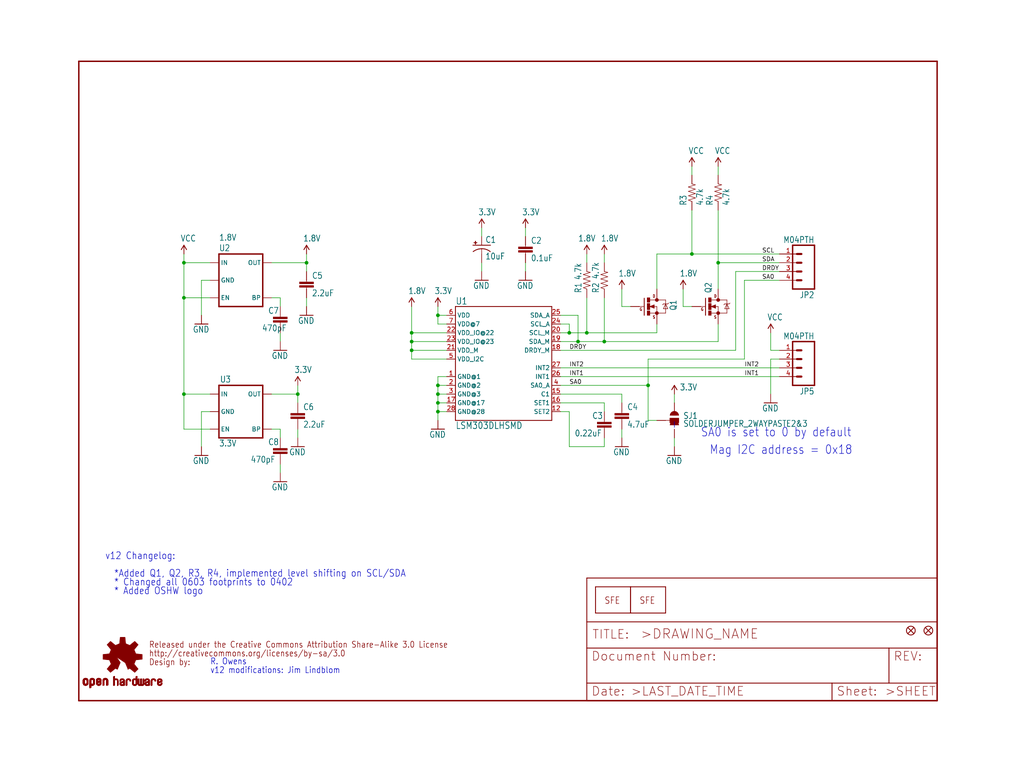
<source format=kicad_sch>
(kicad_sch (version 20211123) (generator eeschema)
  (paper "User" 297.002 223.926)
  (lib_symbols
    (symbol "eagleSchem-eagle-import:1.8V" (power)
      (property "Value" "1.8V" (at -1.016 3.556 0))
      (symbol "1.8V_1_0"
        (pin power_in line (at 0 0 90) (length 2.54) (name "1.8V") (number "1"))
      )
    )
    (symbol "eagleSchem-eagle-import:3.3V" (power)
      (property "Value" "3.3V" (at -1.016 3.556 0))
      (symbol "3.3V_1_0"
        (pin power_in line (at 0 0 90) (length 2.54) (name "3.3V") (number "1"))
      )
    )
    (symbol "eagleSchem-eagle-import:CAP0402-CAP"
      (property "Reference" "C" (at 1.524 2.921 0))
      (property "Value" "CAP0402-CAP" (at 1.524 -2.159 0))
      (symbol "CAP0402-CAP_1_0"
        (pin passive line (at 0 5.08 270) (length 2.54) (name "1") (number "1"))
        (pin passive line (at 0 -2.54 90) (length 2.54) (name "2") (number "2"))
      )
    )
    (symbol "eagleSchem-eagle-import:CAP_POL1206"
      (property "Reference" "C" (at 1.016 0.635 0))
      (property "Value" "CAP_POL1206" (at 1.016 -4.191 0))
      (symbol "CAP_POL1206_1_0"
        (pin passive line (at 0 2.54 270) (length 2.54) (name "+") (number "A"))
        (pin passive line (at 0 -5.08 90) (length 2.54) (name "-") (number "C"))
      )
    )
    (symbol "eagleSchem-eagle-import:CREATIVE_COMMONS"
      (symbol "CREATIVE_COMMONS_1_0"
        (text "Design by:" (at 0 0 0) (effects (font (size 1.778 1.5113)) (justify left bottom)))
        (text "http://creativecommons.org/licenses/by-sa/3.0" (at 0 2.54 0) (effects (font (size 1.778 1.5113)) (justify left bottom)))
        (text "Released under the Creative Commons Attribution Share-Alike 3.0 License" (at 0 5.08 0) (effects (font (size 1.778 1.5113)) (justify left bottom)))
      )
    )
    (symbol "eagleSchem-eagle-import:FIDUCIAL1X2")
    (symbol "eagleSchem-eagle-import:FRAME-LETTER"
      (symbol "FRAME-LETTER_2_0"
        (text ">DRAWING_NAME" (at 15.494 17.78 0) (effects (font (size 2.7432 2.7432)) (justify left bottom)))
        (text ">LAST_DATE_TIME" (at 12.7 1.27 0) (effects (font (size 2.54 2.54)) (justify left bottom)))
        (text ">SHEET" (at 86.36 1.27 0) (effects (font (size 2.54 2.54)) (justify left bottom)))
        (text "Date:" (at 1.27 1.27 0) (effects (font (size 2.54 2.54)) (justify left bottom)))
        (text "Document Number:" (at 1.27 11.43 0) (effects (font (size 2.54 2.54)) (justify left bottom)))
        (text "REV:" (at 88.9 11.43 0) (effects (font (size 2.54 2.54)) (justify left bottom)))
        (text "Sheet:" (at 72.39 1.27 0) (effects (font (size 2.54 2.54)) (justify left bottom)))
        (text "TITLE:" (at 1.524 17.78 0) (effects (font (size 2.54 2.54)) (justify left bottom)))
      )
    )
    (symbol "eagleSchem-eagle-import:GND" (power)
      (property "Value" "GND" (at -2.54 -2.54 0))
      (symbol "GND_1_0"
        (pin power_in line (at 0 2.54 270) (length 2.54) (name "GND") (number "1"))
      )
    )
    (symbol "eagleSchem-eagle-import:LOGO-SFENW2"
      (symbol "LOGO-SFENW2_1_0"
        (text "SFE" (at 0 0 0) (effects (font (size 1.9304 1.6408)) (justify left bottom)))
      )
    )
    (symbol "eagleSchem-eagle-import:LOGO-SFESK"
      (symbol "LOGO-SFESK_1_0"
        (text "SFE" (at 0 0 0) (effects (font (size 1.9304 1.6408)) (justify left bottom)))
      )
    )
    (symbol "eagleSchem-eagle-import:LSM303DLHSMD"
      (property "Reference" "U" (at -15.24 15.748 0))
      (property "Value" "LSM303DLHSMD" (at -15.24 -20.32 0))
      (symbol "LSM303DLHSMD_1_0"
        (pin bidirectional line (at -17.78 -5.08 0) (length 2.54) (name "GND@1") (number "1"))
        (pin bidirectional line (at 15.24 -15.24 180) (length 2.54) (name "SET2") (number "12"))
        (pin bidirectional line (at 15.24 -10.16 180) (length 2.54) (name "C1") (number "15"))
        (pin bidirectional line (at 15.24 -12.7 180) (length 2.54) (name "SET1") (number "16"))
        (pin bidirectional line (at -17.78 -12.7 0) (length 2.54) (name "GND@17") (number "17"))
        (pin bidirectional line (at 15.24 2.54 180) (length 2.54) (name "DRDY_M") (number "18"))
        (pin bidirectional line (at 15.24 5.08 180) (length 2.54) (name "SDA_M") (number "19"))
        (pin bidirectional line (at -17.78 -7.62 0) (length 2.54) (name "GND@2") (number "2"))
        (pin bidirectional line (at 15.24 7.62 180) (length 2.54) (name "SCL_M") (number "20"))
        (pin bidirectional line (at -17.78 2.54 0) (length 2.54) (name "VDD_M") (number "21"))
        (pin bidirectional line (at -17.78 7.62 0) (length 2.54) (name "VDD_IO@22") (number "22"))
        (pin bidirectional line (at -17.78 5.08 0) (length 2.54) (name "VDD_IO@23") (number "23"))
        (pin bidirectional line (at 15.24 10.16 180) (length 2.54) (name "SCL_A") (number "24"))
        (pin bidirectional line (at 15.24 12.7 180) (length 2.54) (name "SDA_A") (number "25"))
        (pin bidirectional line (at 15.24 -5.08 180) (length 2.54) (name "INT1") (number "26"))
        (pin bidirectional line (at 15.24 -2.54 180) (length 2.54) (name "INT2") (number "27"))
        (pin bidirectional line (at -17.78 -15.24 0) (length 2.54) (name "GND@28") (number "28"))
        (pin bidirectional line (at -17.78 -10.16 0) (length 2.54) (name "GND@3") (number "3"))
        (pin bidirectional line (at 15.24 -7.62 180) (length 2.54) (name "SA0_A") (number "4"))
        (pin bidirectional line (at -17.78 0 0) (length 2.54) (name "VDD_I2C") (number "5"))
        (pin bidirectional line (at -17.78 12.7 0) (length 2.54) (name "VDD") (number "6"))
        (pin bidirectional line (at -17.78 10.16 0) (length 2.54) (name "VDD@7") (number "7"))
      )
    )
    (symbol "eagleSchem-eagle-import:M04PTH"
      (property "Reference" "JP" (at -5.08 8.382 0))
      (property "Value" "M04PTH" (at -5.08 -7.62 0))
      (symbol "M04PTH_1_0"
        (pin passive line (at 5.08 -2.54 180) (length 5.08) (name "1") (number "1"))
        (pin passive line (at 5.08 0 180) (length 5.08) (name "2") (number "2"))
        (pin passive line (at 5.08 2.54 180) (length 5.08) (name "3") (number "3"))
        (pin passive line (at 5.08 5.08 180) (length 5.08) (name "4") (number "4"))
      )
    )
    (symbol "eagleSchem-eagle-import:MOSFET-NCHANNELSMD"
      (property "Reference" "Q" (at 5.08 2.54 0))
      (property "Value" "MOSFET-NCHANNELSMD" (at 5.08 0 0))
      (symbol "MOSFET-NCHANNELSMD_1_0"
        (text "D" (at -1.27 2.54 0) (effects (font (size 0.8128 0.6908)) (justify left bottom)))
        (text "G" (at -5.08 -1.27 0) (effects (font (size 0.8128 0.6908)) (justify left bottom)))
        (text "S" (at -1.27 -3.556 0) (effects (font (size 0.8128 0.6908)) (justify left bottom)))
        (pin passive line (at -7.62 0 0) (length 2.54) (name "G") (number "1"))
        (pin passive line (at 0 -5.08 90) (length 2.54) (name "S") (number "2"))
        (pin passive line (at 0 5.08 270) (length 2.54) (name "D") (number "3"))
      )
    )
    (symbol "eagleSchem-eagle-import:OSHW-LOGOS")
    (symbol "eagleSchem-eagle-import:RESISTOR0402-RES"
      (property "Reference" "R" (at -3.81 1.4986 0))
      (property "Value" "RESISTOR0402-RES" (at -3.81 -3.302 0))
      (symbol "RESISTOR0402-RES_1_0"
        (pin passive line (at -5.08 0 0) (length 2.54) (name "1") (number "1"))
        (pin passive line (at 5.08 0 180) (length 2.54) (name "2") (number "2"))
      )
    )
    (symbol "eagleSchem-eagle-import:SOLDERJUMPER_2WAYPASTE2&3"
      (property "Reference" "SJ" (at 2.54 0.381 0))
      (property "Value" "SOLDERJUMPER_2WAYPASTE2&3" (at 2.54 -1.905 0))
      (symbol "SOLDERJUMPER_2WAYPASTE2&3_1_0"
        (pin passive line (at 0 5.08 270) (length 2.54) (name "1") (number "1"))
        (pin passive line (at -5.08 0 0) (length 2.54) (name "2") (number "2"))
        (pin passive line (at 0 -5.08 90) (length 2.54) (name "3") (number "3"))
      )
    )
    (symbol "eagleSchem-eagle-import:VCC" (power)
      (property "Value" "VCC" (at -1.016 3.556 0))
      (symbol "VCC_1_0"
        (pin power_in line (at 0 0 90) (length 2.54) (name "VCC") (number "1"))
      )
    )
    (symbol "eagleSchem-eagle-import:V_REG_LDOSMD"
      (property "Reference" "U" (at -7.62 9.144 0))
      (property "Value" "V_REG_LDOSMD" (at -7.62 -11.43 0))
      (symbol "V_REG_LDOSMD_1_0"
        (pin input line (at -10.16 5.08 0) (length 2.54) (name "IN") (number "1"))
        (pin input line (at -10.16 0 0) (length 2.54) (name "GND") (number "2"))
        (pin input line (at -10.16 -5.08 0) (length 2.54) (name "EN") (number "3"))
        (pin input line (at 7.62 -5.08 180) (length 2.54) (name "BP") (number "4"))
        (pin passive line (at 7.62 5.08 180) (length 2.54) (name "OUT") (number "5"))
      )
    )
    (symbol "eagleSchem-eagle-import:V_REG_LDOSMD2"
      (property "Reference" "U" (at -7.62 9.144 0))
      (property "Value" "V_REG_LDOSMD2" (at -7.62 -11.43 0))
      (symbol "V_REG_LDOSMD2_1_0"
        (pin input line (at -10.16 5.08 0) (length 2.54) (name "IN") (number "1"))
        (pin input line (at -10.16 0 0) (length 2.54) (name "GND") (number "2"))
        (pin input line (at -10.16 -5.08 0) (length 2.54) (name "EN") (number "3"))
        (pin input line (at 7.62 -5.08 180) (length 2.54) (name "BP") (number "4"))
        (pin passive line (at 7.62 5.08 180) (length 2.54) (name "OUT") (number "5"))
      )
    )
  )
  (junction (at 119.38 99.06))
  (junction (at 88.9 76.2))
  (junction (at 119.38 101.6))
  (junction (at 53.34 76.2))
  (junction (at 127 116.84))
  (junction (at 53.34 86.36))
  (junction (at 127 114.3))
  (junction (at 86.36 114.3))
  (junction (at 127 91.44))
  (junction (at 208.28 76.2))
  (junction (at 165.1 96.52))
  (junction (at 170.18 96.52))
  (junction (at 53.34 114.3))
  (junction (at 175.26 99.06))
  (junction (at 167.64 99.06))
  (junction (at 127 119.38))
  (junction (at 127 111.76))
  (junction (at 119.38 96.52))
  (junction (at 200.66 73.66))
  (junction (at 187.96 111.76))
  (wire (pts (xy 208.28 99.06) (xy 208.28 93.98)))
  (polyline (pts (xy 195.58 123.952) (xy 195.58 121.92)))
  (wire (pts (xy 208.28 76.2) (xy 208.28 60.96)))
  (wire (pts (xy 180.34 114.3) (xy 180.34 116.84)))
  (wire (pts (xy 175.26 129.54) (xy 175.26 127)))
  (wire (pts (xy 162.56 96.52) (xy 165.1 96.52)))
  (wire (pts (xy 170.18 76.2) (xy 170.18 73.66)))
  (wire (pts (xy 53.34 73.66) (xy 53.34 76.2)))
  (wire (pts (xy 175.26 116.84) (xy 175.26 119.38)))
  (wire (pts (xy 127 119.38) (xy 127 121.92)))
  (wire (pts (xy 226.06 81.28) (xy 215.9 81.28)))
  (wire (pts (xy 175.26 99.06) (xy 175.26 86.36)))
  (wire (pts (xy 53.34 86.36) (xy 53.34 76.2)))
  (wire (pts (xy 162.56 91.44) (xy 167.64 91.44)))
  (wire (pts (xy 226.06 78.74) (xy 213.36 78.74)))
  (wire (pts (xy 53.34 114.3) (xy 53.34 86.36)))
  (wire (pts (xy 187.96 121.92) (xy 187.96 111.76)))
  (wire (pts (xy 129.54 96.52) (xy 119.38 96.52)))
  (wire (pts (xy 200.66 73.66) (xy 190.5 73.66)))
  (wire (pts (xy 78.74 124.46) (xy 81.28 124.46)))
  (wire (pts (xy 152.4 66.04) (xy 152.4 68.58)))
  (wire (pts (xy 129.54 93.98) (xy 127 93.98)))
  (wire (pts (xy 139.7 78.74) (xy 139.7 76.2)))
  (wire (pts (xy 86.36 116.84) (xy 86.36 114.3)))
  (wire (pts (xy 60.96 124.46) (xy 53.34 124.46)))
  (wire (pts (xy 53.34 124.46) (xy 53.34 114.3)))
  (wire (pts (xy 60.96 119.38) (xy 58.42 119.38)))
  (wire (pts (xy 60.96 81.28) (xy 58.42 81.28)))
  (wire (pts (xy 195.58 129.54) (xy 195.58 127)))
  (wire (pts (xy 119.38 104.14) (xy 119.38 101.6)))
  (wire (pts (xy 226.06 76.2) (xy 208.28 76.2)))
  (wire (pts (xy 162.56 119.38) (xy 165.1 119.38)))
  (wire (pts (xy 86.36 127) (xy 86.36 124.46)))
  (wire (pts (xy 226.06 101.6) (xy 223.52 101.6)))
  (wire (pts (xy 81.28 86.36) (xy 81.28 88.9)))
  (wire (pts (xy 129.54 99.06) (xy 119.38 99.06)))
  (wire (pts (xy 60.96 76.2) (xy 53.34 76.2)))
  (wire (pts (xy 180.34 124.46) (xy 180.34 127)))
  (wire (pts (xy 187.96 104.14) (xy 215.9 104.14)))
  (wire (pts (xy 129.54 104.14) (xy 119.38 104.14)))
  (wire (pts (xy 162.56 101.6) (xy 213.36 101.6)))
  (wire (pts (xy 208.28 50.8) (xy 208.28 48.26)))
  (wire (pts (xy 162.56 109.22) (xy 226.06 109.22)))
  (wire (pts (xy 129.54 114.3) (xy 127 114.3)))
  (wire (pts (xy 129.54 91.44) (xy 127 91.44)))
  (wire (pts (xy 200.66 50.8) (xy 200.66 48.26)))
  (wire (pts (xy 129.54 111.76) (xy 127 111.76)))
  (wire (pts (xy 198.12 88.9) (xy 198.12 83.82)))
  (wire (pts (xy 129.54 109.22) (xy 127 109.22)))
  (wire (pts (xy 190.5 83.82) (xy 190.5 73.66)))
  (wire (pts (xy 175.26 99.06) (xy 208.28 99.06)))
  (wire (pts (xy 127 93.98) (xy 127 91.44)))
  (wire (pts (xy 88.9 76.2) (xy 88.9 73.66)))
  (wire (pts (xy 127 91.44) (xy 127 88.9)))
  (wire (pts (xy 190.5 96.52) (xy 190.5 93.98)))
  (wire (pts (xy 226.06 73.66) (xy 200.66 73.66)))
  (wire (pts (xy 162.56 116.84) (xy 175.26 116.84)))
  (wire (pts (xy 119.38 88.9) (xy 119.38 96.52)))
  (wire (pts (xy 162.56 114.3) (xy 180.34 114.3)))
  (wire (pts (xy 195.58 114.3) (xy 195.58 116.84)))
  (wire (pts (xy 165.1 96.52) (xy 170.18 96.52)))
  (wire (pts (xy 215.9 104.14) (xy 215.9 81.28)))
  (wire (pts (xy 170.18 96.52) (xy 190.5 96.52)))
  (wire (pts (xy 208.28 83.82) (xy 208.28 76.2)))
  (wire (pts (xy 162.56 93.98) (xy 165.1 93.98)))
  (wire (pts (xy 86.36 114.3) (xy 86.36 111.76)))
  (wire (pts (xy 152.4 78.74) (xy 152.4 76.2)))
  (wire (pts (xy 88.9 86.36) (xy 88.9 88.9)))
  (wire (pts (xy 88.9 76.2) (xy 88.9 78.74)))
  (wire (pts (xy 139.7 68.58) (xy 139.7 66.04)))
  (wire (pts (xy 129.54 101.6) (xy 119.38 101.6)))
  (wire (pts (xy 213.36 101.6) (xy 213.36 78.74)))
  (wire (pts (xy 226.06 104.14) (xy 223.52 104.14)))
  (wire (pts (xy 187.96 111.76) (xy 187.96 104.14)))
  (wire (pts (xy 187.96 111.76) (xy 162.56 111.76)))
  (wire (pts (xy 81.28 124.46) (xy 81.28 127)))
  (wire (pts (xy 165.1 93.98) (xy 165.1 96.52)))
  (wire (pts (xy 78.74 76.2) (xy 88.9 76.2)))
  (wire (pts (xy 170.18 96.52) (xy 170.18 86.36)))
  (wire (pts (xy 127 116.84) (xy 127 119.38)))
  (wire (pts (xy 58.42 119.38) (xy 58.42 129.54)))
  (wire (pts (xy 81.28 96.52) (xy 81.28 99.06)))
  (wire (pts (xy 165.1 129.54) (xy 175.26 129.54)))
  (wire (pts (xy 200.66 88.9) (xy 198.12 88.9)))
  (wire (pts (xy 223.52 104.14) (xy 223.52 114.3)))
  (wire (pts (xy 127 111.76) (xy 127 114.3)))
  (wire (pts (xy 200.66 60.96) (xy 200.66 73.66)))
  (wire (pts (xy 175.26 76.2) (xy 175.26 73.66)))
  (wire (pts (xy 119.38 99.06) (xy 119.38 96.52)))
  (wire (pts (xy 182.88 88.9) (xy 180.34 88.9)))
  (wire (pts (xy 127 114.3) (xy 127 116.84)))
  (wire (pts (xy 162.56 99.06) (xy 167.64 99.06)))
  (wire (pts (xy 60.96 114.3) (xy 53.34 114.3)))
  (wire (pts (xy 167.64 91.44) (xy 167.64 99.06)))
  (wire (pts (xy 58.42 81.28) (xy 58.42 91.44)))
  (wire (pts (xy 127 109.22) (xy 127 111.76)))
  (wire (pts (xy 78.74 114.3) (xy 86.36 114.3)))
  (wire (pts (xy 60.96 86.36) (xy 53.34 86.36)))
  (wire (pts (xy 78.74 86.36) (xy 81.28 86.36)))
  (wire (pts (xy 167.64 99.06) (xy 175.26 99.06)))
  (wire (pts (xy 165.1 119.38) (xy 165.1 129.54)))
  (wire (pts (xy 223.52 101.6) (xy 223.52 96.52)))
  (wire (pts (xy 119.38 101.6) (xy 119.38 99.06)))
  (wire (pts (xy 129.54 116.84) (xy 127 116.84)))
  (wire (pts (xy 162.56 106.68) (xy 226.06 106.68)))
  (wire (pts (xy 190.5 121.92) (xy 187.96 121.92)))
  (wire (pts (xy 180.34 88.9) (xy 180.34 83.82)))
  (wire (pts (xy 81.28 137.16) (xy 81.28 134.62)))
  (wire (pts (xy 129.54 119.38) (xy 127 119.38)))
  (text "R. Owens" (at 60.96 193.04 180) (effects (font (size 1.778 1.5113)) (justify left bottom)))
  (text "Mag I2C address = 0x18" (at 205.74 132.08 180) (effects (font (size 2.54 2.159)) (justify left bottom)))
  (text "SA0 is set to 0 by default" (at 203.2 127 180) (effects (font (size 2.54 2.159)) (justify left bottom)))
  (text "* Changed all 0603 footprints to 0402" (at 33.02 170.18 180) (effects (font (size 2.032 1.7272)) (justify left bottom)))
  (text "*Added Q1, Q2, R3, R4, implemented level shifting on SCL/SDA" (at 33.02 167.64 0) (effects (font (size 2.032 1.7272)) (justify left bottom)))
  (text "v12 modifications: Jim Lindblom" (at 60.96 195.58 180) (effects (font (size 1.778 1.5113)) (justify left bottom)))
  (text "* Added OSHW logo" (at 33.02 172.72 180) (effects (font (size 2.032 1.7272)) (justify left bottom)))
  (text "v12 Changelog:" (at 30.48 162.56 180) (effects (font (size 2.032 1.7272)) (justify left bottom)))
  (label "INT2" (at 215.9 106.68 0) (effects (font (size 1.2446 1.2446))))
  (label "SCL" (at 220.98 73.66 0) (effects (font (size 1.2446 1.2446))))
  (label "DRDY" (at 220.98 78.74 0) (effects (font (size 1.2446 1.2446))))
  (label "SA0" (at 220.98 81.28 0) (effects (font (size 1.2446 1.2446))))
  (label "INT2" (at 165.1 106.68 0) (effects (font (size 1.2446 1.2446))))
  (label "INT1" (at 165.1 109.22 0) (effects (font (size 1.2446 1.2446))))
  (label "SA0" (at 165.1 111.76 0) (effects (font (size 1.2446 1.2446))))
  (label "INT1" (at 215.9 109.22 0) (effects (font (size 1.2446 1.2446))))
  (label "SDA" (at 220.98 76.2 0) (effects (font (size 1.2446 1.2446))))
  (label "DRDY" (at 165.1 101.6 0) (effects (font (size 1.2446 1.2446))))
  (symbol (lib_id "eagleSchem-eagle-import:CAP0402-CAP") (at 81.28 132.08 0) (unit 1)
    (property "Reference" "C8" (at 77.724 129.159 0) (effects (font (size 1.778 1.5113)) (justify left bottom)))
    (property "Value" "470pF" (at 72.644 134.239 0) (effects (font (size 1.778 1.5113)) (justify left bottom)))
    (property "Footprint" "eagleSchem:0402-CAP" (effects hide))
  )
  (symbol (lib_id "eagleSchem-eagle-import:CAP0402-CAP") (at 81.28 93.98 0) (unit 1)
    (property "Reference" "C7" (at 77.724 91.059 0) (effects (font (size 1.778 1.5113)) (justify left bottom)))
    (property "Value" "470pF" (at 75.946 96.139 0) (effects (font (size 1.778 1.5113)) (justify left bottom)))
    (property "Footprint" "eagleSchem:0402-CAP" (effects hide))
  )
  (symbol (lib_id "eagleSchem-eagle-import:FRAME-LETTER") (at 22.86 203.2 0) (unit 1)
    (property "Reference" "#FRAME1" (effects hide))
    (property "Value" "FRAME-LETTER" (effects hide))
    (property "Footprint" "eagleSchem:" (effects hide))
  )
  (symbol (lib_id "eagleSchem-eagle-import:1.8V") (at 170.18 73.66 0) (unit 1)
    (property "Reference" "#U$2" (effects hide))
    (property "Value" "1.8V" (at 167.64 70.104 0) (effects (font (size 1.778 1.5113)) (justify left bottom)))
    (property "Footprint" "eagleSchem:" (effects hide))
  )
  (symbol (lib_id "eagleSchem-eagle-import:VCC") (at 208.28 48.26 0) (unit 1)
    (property "Reference" "#P+9" (effects hide))
    (property "Value" "VCC" (at 207.264 44.704 0) (effects (font (size 1.778 1.5113)) (justify left bottom)))
    (property "Footprint" "eagleSchem:" (effects hide))
  )
  (symbol (lib_id "eagleSchem-eagle-import:FRAME-LETTER") (at 170.18 203.2 0) (unit 2)
    (property "Reference" "#FRAME1" (effects hide))
    (property "Value" "FRAME-LETTER" (effects hide))
    (property "Footprint" "eagleSchem:" (effects hide))
  )
  (symbol (lib_id "eagleSchem-eagle-import:3.3V") (at 127 88.9 0) (unit 1)
    (property "Reference" "#P+1" (effects hide))
    (property "Value" "3.3V" (at 125.984 85.344 0) (effects (font (size 1.778 1.5113)) (justify left bottom)))
    (property "Footprint" "eagleSchem:" (effects hide))
  )
  (symbol (lib_id "eagleSchem-eagle-import:MOSFET-NCHANNELSMD") (at 208.28 88.9 0) (unit 1)
    (property "Reference" "Q2" (at 204.47 81.788 90) (effects (font (size 1.778 1.5113)) (justify right top)))
    (property "Value" "MOSFET-N-CH" (effects hide))
    (property "Footprint" "eagleSchem:SOT23-3" (effects hide))
  )
  (symbol (lib_id "eagleSchem-eagle-import:1.8V") (at 119.38 88.9 0) (unit 1)
    (property "Reference" "#U$1" (effects hide))
    (property "Value" "1.8V" (at 118.364 85.344 0) (effects (font (size 1.778 1.5113)) (justify left bottom)))
    (property "Footprint" "eagleSchem:" (effects hide))
  )
  (symbol (lib_id "eagleSchem-eagle-import:LOGO-SFENW2") (at 175.26 175.26 0) (unit 1)
    (property "Reference" "JP1" (effects hide))
    (property "Value" "LOGO-SFENW2" (effects hide))
    (property "Footprint" "eagleSchem:SFE-NEW-WEB" (effects hide))
  )
  (symbol (lib_id "eagleSchem-eagle-import:CREATIVE_COMMONS") (at 43.18 193.04 0) (unit 1)
    (property "Reference" "U$5" (effects hide))
    (property "Value" "CREATIVE_COMMONS" (effects hide))
    (property "Footprint" "eagleSchem:CREATIVE_COMMONS" (effects hide))
  )
  (symbol (lib_id "eagleSchem-eagle-import:RESISTOR0402-RES") (at 175.26 81.28 90) (unit 1)
    (property "Reference" "R2" (at 173.7614 85.09 0) (effects (font (size 1.778 1.5113)) (justify left bottom)))
    (property "Value" "4.7k" (at 173.736 81.026 0) (effects (font (size 1.778 1.5113)) (justify left bottom)))
    (property "Footprint" "eagleSchem:0402-RES" (effects hide))
  )
  (symbol (lib_id "eagleSchem-eagle-import:1.8V") (at 175.26 73.66 0) (unit 1)
    (property "Reference" "#U$3" (effects hide))
    (property "Value" "1.8V" (at 174.244 70.104 0) (effects (font (size 1.778 1.5113)) (justify left bottom)))
    (property "Footprint" "eagleSchem:" (effects hide))
  )
  (symbol (lib_id "eagleSchem-eagle-import:CAP0402-CAP") (at 88.9 83.82 0) (unit 1)
    (property "Reference" "C5" (at 90.424 80.899 0) (effects (font (size 1.778 1.5113)) (justify left bottom)))
    (property "Value" "2.2uF" (at 90.424 85.979 0) (effects (font (size 1.778 1.5113)) (justify left bottom)))
    (property "Footprint" "eagleSchem:0402-CAP" (effects hide))
  )
  (symbol (lib_id "eagleSchem-eagle-import:3.3V") (at 86.36 111.76 0) (unit 1)
    (property "Reference" "#P+4" (effects hide))
    (property "Value" "3.3V" (at 85.344 108.204 0) (effects (font (size 1.778 1.5113)) (justify left bottom)))
    (property "Footprint" "eagleSchem:" (effects hide))
  )
  (symbol (lib_id "eagleSchem-eagle-import:GND") (at 58.42 93.98 0) (unit 1)
    (property "Reference" "#GND5" (effects hide))
    (property "Value" "GND" (at 55.88 96.52 0) (effects (font (size 1.778 1.5113)) (justify left bottom)))
    (property "Footprint" "eagleSchem:" (effects hide))
  )
  (symbol (lib_id "eagleSchem-eagle-import:CAP_POL1206") (at 139.7 71.12 0) (unit 1)
    (property "Reference" "C1" (at 140.716 70.485 0) (effects (font (size 1.778 1.5113)) (justify left bottom)))
    (property "Value" "10uF" (at 140.716 75.311 0) (effects (font (size 1.778 1.5113)) (justify left bottom)))
    (property "Footprint" "eagleSchem:EIA3216" (effects hide))
  )
  (symbol (lib_id "eagleSchem-eagle-import:GND") (at 223.52 116.84 0) (unit 1)
    (property "Reference" "#GND11" (effects hide))
    (property "Value" "GND" (at 220.98 119.38 0) (effects (font (size 1.778 1.5113)) (justify left bottom)))
    (property "Footprint" "eagleSchem:" (effects hide))
  )
  (symbol (lib_id "eagleSchem-eagle-import:CAP0402-CAP") (at 86.36 121.92 0) (unit 1)
    (property "Reference" "C6" (at 87.884 118.999 0) (effects (font (size 1.778 1.5113)) (justify left bottom)))
    (property "Value" "2.2uF" (at 87.884 124.079 0) (effects (font (size 1.778 1.5113)) (justify left bottom)))
    (property "Footprint" "eagleSchem:0402-CAP" (effects hide))
  )
  (symbol (lib_id "eagleSchem-eagle-import:VCC") (at 53.34 73.66 0) (unit 1)
    (property "Reference" "#P+6" (effects hide))
    (property "Value" "VCC" (at 52.324 70.104 0) (effects (font (size 1.778 1.5113)) (justify left bottom)))
    (property "Footprint" "eagleSchem:" (effects hide))
  )
  (symbol (lib_id "eagleSchem-eagle-import:SOLDERJUMPER_2WAYPASTE2&3") (at 195.58 121.92 0) (unit 1)
    (property "Reference" "SJ1" (at 198.12 121.539 0) (effects (font (size 1.778 1.5113)) (justify left bottom)))
    (property "Value" "SOLDERJUMPER_2WAYPASTE2&3" (at 198.12 123.825 0) (effects (font (size 1.778 1.5113)) (justify left bottom)))
    (property "Footprint" "eagleSchem:SJ_3_PASTE2&3" (effects hide))
  )
  (symbol (lib_id "eagleSchem-eagle-import:GND") (at 81.28 101.6 0) (unit 1)
    (property "Reference" "#GND7" (effects hide))
    (property "Value" "GND" (at 78.74 104.14 0) (effects (font (size 1.778 1.5113)) (justify left bottom)))
    (property "Footprint" "eagleSchem:" (effects hide))
  )
  (symbol (lib_id "eagleSchem-eagle-import:GND") (at 127 124.46 0) (unit 1)
    (property "Reference" "#GND1" (effects hide))
    (property "Value" "GND" (at 124.46 127 0) (effects (font (size 1.778 1.5113)) (justify left bottom)))
    (property "Footprint" "eagleSchem:" (effects hide))
  )
  (symbol (lib_id "eagleSchem-eagle-import:CAP0402-CAP") (at 180.34 121.92 0) (unit 1)
    (property "Reference" "C4" (at 181.864 118.999 0) (effects (font (size 1.778 1.5113)) (justify left bottom)))
    (property "Value" "4.7uF" (at 181.864 124.079 0) (effects (font (size 1.778 1.5113)) (justify left bottom)))
    (property "Footprint" "eagleSchem:0402-CAP" (effects hide))
  )
  (symbol (lib_id "eagleSchem-eagle-import:1.8V") (at 180.34 83.82 0) (unit 1)
    (property "Reference" "#U$6" (effects hide))
    (property "Value" "1.8V" (at 179.324 80.264 0) (effects (font (size 1.778 1.5113)) (justify left bottom)))
    (property "Footprint" "eagleSchem:" (effects hide))
  )
  (symbol (lib_id "eagleSchem-eagle-import:CAP0402-CAP") (at 152.4 73.66 0) (unit 1)
    (property "Reference" "C2" (at 153.924 70.739 0) (effects (font (size 1.778 1.5113)) (justify left bottom)))
    (property "Value" "0.1uF" (at 153.924 75.819 0) (effects (font (size 1.778 1.5113)) (justify left bottom)))
    (property "Footprint" "eagleSchem:0402-CAP" (effects hide))
  )
  (symbol (lib_id "eagleSchem-eagle-import:CAP0402-CAP") (at 175.26 124.46 0) (unit 1)
    (property "Reference" "C3" (at 171.704 121.539 0) (effects (font (size 1.778 1.5113)) (justify left bottom)))
    (property "Value" "0.22uF" (at 166.624 126.619 0) (effects (font (size 1.778 1.5113)) (justify left bottom)))
    (property "Footprint" "eagleSchem:0402-CAP" (effects hide))
  )
  (symbol (lib_id "eagleSchem-eagle-import:3.3V") (at 195.58 114.3 0) (unit 1)
    (property "Reference" "#P+7" (effects hide))
    (property "Value" "3.3V" (at 197.104 113.284 0) (effects (font (size 1.778 1.5113)) (justify left bottom)))
    (property "Footprint" "eagleSchem:" (effects hide))
  )
  (symbol (lib_id "eagleSchem-eagle-import:GND") (at 152.4 81.28 0) (unit 1)
    (property "Reference" "#GND3" (effects hide))
    (property "Value" "GND" (at 149.86 83.82 0) (effects (font (size 1.778 1.5113)) (justify left bottom)))
    (property "Footprint" "eagleSchem:" (effects hide))
  )
  (symbol (lib_id "eagleSchem-eagle-import:RESISTOR0402-RES") (at 208.28 55.88 90) (unit 1)
    (property "Reference" "R4" (at 206.7814 59.69 0) (effects (font (size 1.778 1.5113)) (justify left bottom)))
    (property "Value" "4.7k" (at 211.582 59.69 0) (effects (font (size 1.778 1.5113)) (justify left bottom)))
    (property "Footprint" "eagleSchem:0402-RES" (effects hide))
  )
  (symbol (lib_id "eagleSchem-eagle-import:FIDUCIAL1X2") (at 269.24 182.88 0) (unit 1)
    (property "Reference" "JP3" (effects hide))
    (property "Value" "FIDUCIAL1X2" (effects hide))
    (property "Footprint" "eagleSchem:FIDUCIAL-1X2" (effects hide))
  )
  (symbol (lib_id "eagleSchem-eagle-import:RESISTOR0402-RES") (at 170.18 81.28 90) (unit 1)
    (property "Reference" "R1" (at 168.6814 85.09 0) (effects (font (size 1.778 1.5113)) (justify left bottom)))
    (property "Value" "4.7k" (at 168.656 81.28 0) (effects (font (size 1.778 1.5113)) (justify left bottom)))
    (property "Footprint" "eagleSchem:0402-RES" (effects hide))
  )
  (symbol (lib_id "eagleSchem-eagle-import:GND") (at 139.7 81.28 0) (unit 1)
    (property "Reference" "#GND2" (effects hide))
    (property "Value" "GND" (at 137.16 83.82 0) (effects (font (size 1.778 1.5113)) (justify left bottom)))
    (property "Footprint" "eagleSchem:" (effects hide))
  )
  (symbol (lib_id "eagleSchem-eagle-import:1.8V") (at 198.12 83.82 0) (unit 1)
    (property "Reference" "#U$7" (effects hide))
    (property "Value" "1.8V" (at 197.104 80.264 0) (effects (font (size 1.778 1.5113)) (justify left bottom)))
    (property "Footprint" "eagleSchem:" (effects hide))
  )
  (symbol (lib_id "eagleSchem-eagle-import:M04PTH") (at 231.14 76.2 180) (unit 1)
    (property "Reference" "JP2" (at 236.22 84.582 0) (effects (font (size 1.778 1.5113)) (justify left bottom)))
    (property "Value" "M04PTH" (at 236.22 68.58 0) (effects (font (size 1.778 1.5113)) (justify left bottom)))
    (property "Footprint" "eagleSchem:1X04" (effects hide))
  )
  (symbol (lib_id "eagleSchem-eagle-import:LOGO-SFESK") (at 185.42 175.26 0) (unit 1)
    (property "Reference" "JP6" (effects hide))
    (property "Value" "LOGO-SFESK" (effects hide))
    (property "Footprint" "eagleSchem:SFE-LOGO-FLAME" (effects hide))
  )
  (symbol (lib_id "eagleSchem-eagle-import:GND") (at 86.36 129.54 0) (unit 1)
    (property "Reference" "#GND9" (effects hide))
    (property "Value" "GND" (at 83.82 132.08 0) (effects (font (size 1.778 1.5113)) (justify left bottom)))
    (property "Footprint" "eagleSchem:" (effects hide))
  )
  (symbol (lib_id "eagleSchem-eagle-import:M04PTH") (at 231.14 104.14 180) (unit 1)
    (property "Reference" "JP5" (at 236.22 112.522 0) (effects (font (size 1.778 1.5113)) (justify left bottom)))
    (property "Value" "M04PTH" (at 236.22 96.52 0) (effects (font (size 1.778 1.5113)) (justify left bottom)))
    (property "Footprint" "eagleSchem:1X04" (effects hide))
  )
  (symbol (lib_id "eagleSchem-eagle-import:LSM303DLHSMD") (at 147.32 104.14 0) (unit 1)
    (property "Reference" "U1" (at 132.08 88.392 0) (effects (font (size 1.9304 1.6408)) (justify left bottom)))
    (property "Value" "LSM303DLHSMD" (at 132.08 124.46 0) (effects (font (size 1.9304 1.6408)) (justify left bottom)))
    (property "Footprint" "eagleSchem:LGA28-5X5" (effects hide))
  )
  (symbol (lib_id "eagleSchem-eagle-import:GND") (at 180.34 129.54 0) (unit 1)
    (property "Reference" "#GND4" (effects hide))
    (property "Value" "GND" (at 177.8 132.08 0) (effects (font (size 1.778 1.5113)) (justify left bottom)))
    (property "Footprint" "eagleSchem:" (effects hide))
  )
  (symbol (lib_id "eagleSchem-eagle-import:VCC") (at 200.66 48.26 0) (unit 1)
    (property "Reference" "#P+8" (effects hide))
    (property "Value" "VCC" (at 199.644 44.704 0) (effects (font (size 1.778 1.5113)) (justify left bottom)))
    (property "Footprint" "eagleSchem:" (effects hide))
  )
  (symbol (lib_id "eagleSchem-eagle-import:GND") (at 195.58 132.08 0) (unit 1)
    (property "Reference" "#GND12" (effects hide))
    (property "Value" "GND" (at 193.04 134.62 0) (effects (font (size 1.778 1.5113)) (justify left bottom)))
    (property "Footprint" "eagleSchem:" (effects hide))
  )
  (symbol (lib_id "eagleSchem-eagle-import:3.3V") (at 139.7 66.04 0) (unit 1)
    (property "Reference" "#P+2" (effects hide))
    (property "Value" "3.3V" (at 138.684 62.484 0) (effects (font (size 1.778 1.5113)) (justify left bottom)))
    (property "Footprint" "eagleSchem:" (effects hide))
  )
  (symbol (lib_id "eagleSchem-eagle-import:V_REG_LDOSMD2") (at 71.12 81.28 0) (unit 1)
    (property "Reference" "U2" (at 63.5 72.898 0) (effects (font (size 1.778 1.5113)) (justify left bottom)))
    (property "Value" "1.8V" (at 63.5 69.85 0) (effects (font (size 1.778 1.5113)) (justify left bottom)))
    (property "Footprint" "eagleSchem:SC70" (effects hide))
  )
  (symbol (lib_id "eagleSchem-eagle-import:GND") (at 88.9 91.44 0) (unit 1)
    (property "Reference" "#GND10" (effects hide))
    (property "Value" "GND" (at 86.36 93.98 0) (effects (font (size 1.778 1.5113)) (justify left bottom)))
    (property "Footprint" "eagleSchem:" (effects hide))
  )
  (symbol (lib_id "eagleSchem-eagle-import:OSHW-LOGOS") (at 35.56 190.5 0) (unit 1)
    (property "Reference" "U$8" (effects hide))
    (property "Value" "OSHW-LOGOS" (effects hide))
    (property "Footprint" "eagleSchem:OSHW-LOGO-S" (effects hide))
  )
  (symbol (lib_id "eagleSchem-eagle-import:GND") (at 58.42 132.08 0) (unit 1)
    (property "Reference" "#GND6" (effects hide))
    (property "Value" "GND" (at 55.88 134.62 0) (effects (font (size 1.778 1.5113)) (justify left bottom)))
    (property "Footprint" "eagleSchem:" (effects hide))
  )
  (symbol (lib_id "eagleSchem-eagle-import:1.8V") (at 88.9 73.66 0) (unit 1)
    (property "Reference" "#U$4" (effects hide))
    (property "Value" "1.8V" (at 87.884 70.104 0) (effects (font (size 1.778 1.5113)) (justify left bottom)))
    (property "Footprint" "eagleSchem:" (effects hide))
  )
  (symbol (lib_id "eagleSchem-eagle-import:RESISTOR0402-RES") (at 200.66 55.88 90) (unit 1)
    (property "Reference" "R3" (at 199.1614 59.69 0) (effects (font (size 1.778 1.5113)) (justify left bottom)))
    (property "Value" "4.7k" (at 203.962 59.69 0) (effects (font (size 1.778 1.5113)) (justify left bottom)))
    (property "Footprint" "eagleSchem:0402-RES" (effects hide))
  )
  (symbol (lib_id "eagleSchem-eagle-import:V_REG_LDOSMD") (at 71.12 119.38 0) (unit 1)
    (property "Reference" "U3" (at 63.754 110.998 0) (effects (font (size 1.778 1.5113)) (justify left bottom)))
    (property "Value" "3.3V" (at 63.5 129.54 0) (effects (font (size 1.778 1.5113)) (justify left bottom)))
    (property "Footprint" "eagleSchem:SOT23-5" (effects hide))
  )
  (symbol (lib_id "eagleSchem-eagle-import:FIDUCIAL1X2") (at 264.16 182.88 0) (unit 1)
    (property "Reference" "JP4" (effects hide))
    (property "Value" "FIDUCIAL1X2" (effects hide))
    (property "Footprint" "eagleSchem:FIDUCIAL-1X2" (effects hide))
  )
  (symbol (lib_id "eagleSchem-eagle-import:GND") (at 81.28 139.7 0) (unit 1)
    (property "Reference" "#GND8" (effects hide))
    (property "Value" "GND" (at 78.74 142.24 0) (effects (font (size 1.778 1.5113)) (justify left bottom)))
    (property "Footprint" "eagleSchem:" (effects hide))
  )
  (symbol (lib_id "eagleSchem-eagle-import:3.3V") (at 152.4 66.04 0) (unit 1)
    (property "Reference" "#P+3" (effects hide))
    (property "Value" "3.3V" (at 151.384 62.484 0) (effects (font (size 1.778 1.5113)) (justify left bottom)))
    (property "Footprint" "eagleSchem:" (effects hide))
  )
  (symbol (lib_id "eagleSchem-eagle-import:MOSFET-NCHANNELSMD") (at 190.5 88.9 0) (unit 1)
    (property "Reference" "Q1" (at 194.31 86.868 90) (effects (font (size 1.778 1.5113)) (justify right top)))
    (property "Value" "MOSFET-N-CH" (effects hide))
    (property "Footprint" "eagleSchem:SOT23-3" (effects hide))
  )
  (symbol (lib_id "eagleSchem-eagle-import:VCC") (at 223.52 96.52 0) (unit 1)
    (property "Reference" "#P+5" (effects hide))
    (property "Value" "VCC" (at 222.504 92.964 0) (effects (font (size 1.778 1.5113)) (justify left bottom)))
    (property "Footprint" "eagleSchem:" (effects hide))
  )
)
</source>
